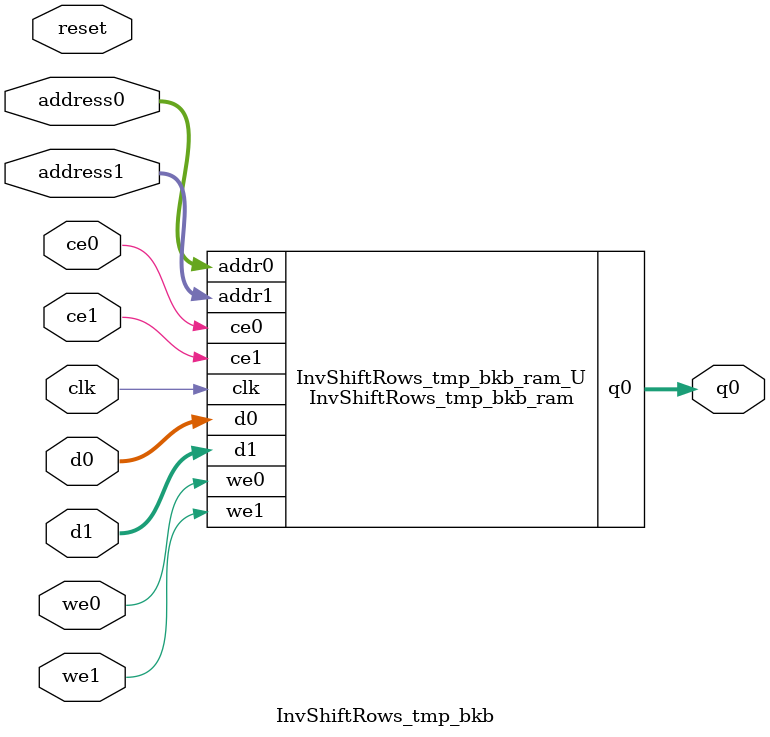
<source format=v>

`timescale 1 ns / 1 ps
module InvShiftRows_tmp_bkb_ram (addr0, ce0, d0, we0, q0, addr1, ce1, d1, we1,  clk);

parameter DWIDTH = 8;
parameter AWIDTH = 4;
parameter MEM_SIZE = 16;

input[AWIDTH-1:0] addr0;
input ce0;
input[DWIDTH-1:0] d0;
input we0;
output reg[DWIDTH-1:0] q0;
input[AWIDTH-1:0] addr1;
input ce1;
input[DWIDTH-1:0] d1;
input we1;
input clk;

(* ram_style = "block" *)reg [DWIDTH-1:0] ram[0:MEM_SIZE-1];




always @(posedge clk)  
begin 
    if (ce0) 
    begin
        if (we0) 
        begin 
            ram[addr0] <= d0; 
            q0 <= d0;
        end 
        else 
            q0 <= ram[addr0];
    end
end


always @(posedge clk)  
begin 
    if (ce1) 
    begin
        if (we1) 
        begin 
            ram[addr1] <= d1; 
        end 
    end
end


endmodule


`timescale 1 ns / 1 ps
module InvShiftRows_tmp_bkb(
    reset,
    clk,
    address0,
    ce0,
    we0,
    d0,
    q0,
    address1,
    ce1,
    we1,
    d1);

parameter DataWidth = 32'd8;
parameter AddressRange = 32'd16;
parameter AddressWidth = 32'd4;
input reset;
input clk;
input[AddressWidth - 1:0] address0;
input ce0;
input we0;
input[DataWidth - 1:0] d0;
output[DataWidth - 1:0] q0;
input[AddressWidth - 1:0] address1;
input ce1;
input we1;
input[DataWidth - 1:0] d1;



InvShiftRows_tmp_bkb_ram InvShiftRows_tmp_bkb_ram_U(
    .clk( clk ),
    .addr0( address0 ),
    .ce0( ce0 ),
    .d0( d0 ),
    .we0( we0 ),
    .q0( q0 ),
    .addr1( address1 ),
    .ce1( ce1 ),
    .d1( d1 ),
    .we1( we1 ));

endmodule


</source>
